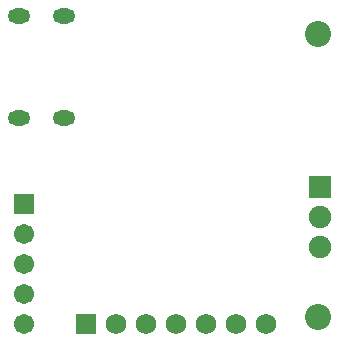
<source format=gbs>
G04*
G04 #@! TF.GenerationSoftware,Altium Limited,Altium Designer,21.6.1 (37)*
G04*
G04 Layer_Color=16711935*
%FSLAX25Y25*%
%MOIN*%
G70*
G04*
G04 #@! TF.SameCoordinates,623A30CF-433B-4B46-B165-7DC5B4DDAD39*
G04*
G04*
G04 #@! TF.FilePolarity,Negative*
G04*
G01*
G75*
%ADD26R,0.07493X0.07493*%
%ADD27C,0.07493*%
%ADD28C,0.08674*%
%ADD29O,0.07493X0.05131*%
%ADD30C,0.06706*%
%ADD31R,0.06706X0.06706*%
%ADD32R,0.06896X0.06896*%
%ADD33C,0.06896*%
D26*
X106800Y55200D02*
D03*
D27*
Y45200D02*
D03*
Y35200D02*
D03*
D28*
X106299Y106299D02*
D03*
Y11811D02*
D03*
D29*
X21561Y78300D02*
D03*
Y112316D02*
D03*
X6600D02*
D03*
Y78300D02*
D03*
D30*
X8200Y9511D02*
D03*
Y19511D02*
D03*
Y29511D02*
D03*
Y39511D02*
D03*
D31*
Y49511D02*
D03*
D32*
X28800Y9425D02*
D03*
D33*
X68852Y9511D02*
D03*
X78851D02*
D03*
X88851D02*
D03*
X58800Y9415D02*
D03*
X48800D02*
D03*
X38800D02*
D03*
M02*

</source>
